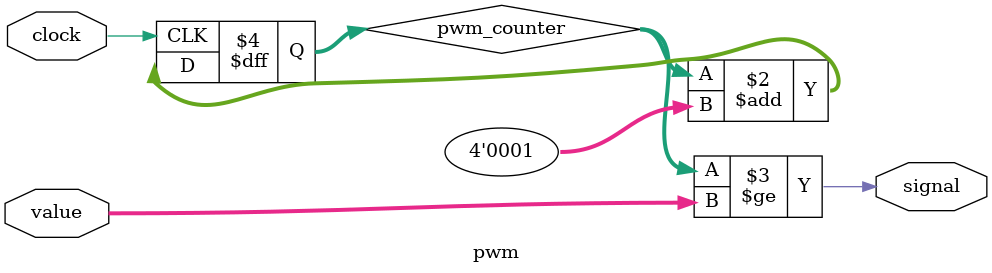
<source format=v>
module pwm(
	clock,//Тактовая частота
	value,//Значение для ШИМ сигнала
	signal//выходной сигнал
);

input clock;
input [3:0] value;
output signal;

reg [3:0] pwm_counter;//Счётчик

always @(posedge clock)
begin
	pwm_counter<=pwm_counter+4'h1;
end

assign signal=(pwm_counter>=value);

endmodule

</source>
